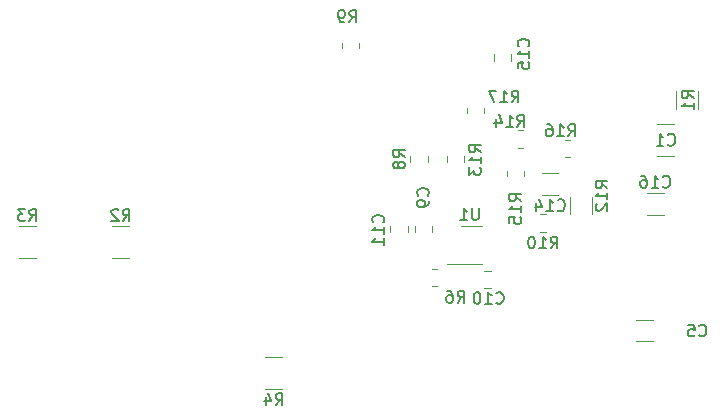
<source format=gbr>
G04 #@! TF.GenerationSoftware,KiCad,Pcbnew,(6.0.5)*
G04 #@! TF.CreationDate,2022-05-09T22:53:36+02:00*
G04 #@! TF.ProjectId,Zasilacz_impulsowy_FAN6602R,5a617369-6c61-4637-9a5f-696d70756c73,rev?*
G04 #@! TF.SameCoordinates,Original*
G04 #@! TF.FileFunction,Legend,Bot*
G04 #@! TF.FilePolarity,Positive*
%FSLAX46Y46*%
G04 Gerber Fmt 4.6, Leading zero omitted, Abs format (unit mm)*
G04 Created by KiCad (PCBNEW (6.0.5)) date 2022-05-09 22:53:36*
%MOMM*%
%LPD*%
G01*
G04 APERTURE LIST*
%ADD10C,0.150000*%
%ADD11C,0.120000*%
G04 APERTURE END LIST*
D10*
G04 #@! TO.C,R2*
X135116666Y-100522380D02*
X135450000Y-100046190D01*
X135688095Y-100522380D02*
X135688095Y-99522380D01*
X135307142Y-99522380D01*
X135211904Y-99570000D01*
X135164285Y-99617619D01*
X135116666Y-99712857D01*
X135116666Y-99855714D01*
X135164285Y-99950952D01*
X135211904Y-99998571D01*
X135307142Y-100046190D01*
X135688095Y-100046190D01*
X134735714Y-99617619D02*
X134688095Y-99570000D01*
X134592857Y-99522380D01*
X134354761Y-99522380D01*
X134259523Y-99570000D01*
X134211904Y-99617619D01*
X134164285Y-99712857D01*
X134164285Y-99808095D01*
X134211904Y-99950952D01*
X134783333Y-100522380D01*
X134164285Y-100522380D01*
G04 #@! TO.C,C1*
X181266666Y-94057142D02*
X181314285Y-94104761D01*
X181457142Y-94152380D01*
X181552380Y-94152380D01*
X181695238Y-94104761D01*
X181790476Y-94009523D01*
X181838095Y-93914285D01*
X181885714Y-93723809D01*
X181885714Y-93580952D01*
X181838095Y-93390476D01*
X181790476Y-93295238D01*
X181695238Y-93200000D01*
X181552380Y-93152380D01*
X181457142Y-93152380D01*
X181314285Y-93200000D01*
X181266666Y-93247619D01*
X180314285Y-94152380D02*
X180885714Y-94152380D01*
X180600000Y-94152380D02*
X180600000Y-93152380D01*
X180695238Y-93295238D01*
X180790476Y-93390476D01*
X180885714Y-93438095D01*
G04 #@! TO.C,R12*
X176152380Y-97757142D02*
X175676190Y-97423809D01*
X176152380Y-97185714D02*
X175152380Y-97185714D01*
X175152380Y-97566666D01*
X175200000Y-97661904D01*
X175247619Y-97709523D01*
X175342857Y-97757142D01*
X175485714Y-97757142D01*
X175580952Y-97709523D01*
X175628571Y-97661904D01*
X175676190Y-97566666D01*
X175676190Y-97185714D01*
X176152380Y-98709523D02*
X176152380Y-98138095D01*
X176152380Y-98423809D02*
X175152380Y-98423809D01*
X175295238Y-98328571D01*
X175390476Y-98233333D01*
X175438095Y-98138095D01*
X175247619Y-99090476D02*
X175200000Y-99138095D01*
X175152380Y-99233333D01*
X175152380Y-99471428D01*
X175200000Y-99566666D01*
X175247619Y-99614285D01*
X175342857Y-99661904D01*
X175438095Y-99661904D01*
X175580952Y-99614285D01*
X176152380Y-99042857D01*
X176152380Y-99661904D01*
G04 #@! TO.C,R16*
X172842857Y-93352380D02*
X173176190Y-92876190D01*
X173414285Y-93352380D02*
X173414285Y-92352380D01*
X173033333Y-92352380D01*
X172938095Y-92400000D01*
X172890476Y-92447619D01*
X172842857Y-92542857D01*
X172842857Y-92685714D01*
X172890476Y-92780952D01*
X172938095Y-92828571D01*
X173033333Y-92876190D01*
X173414285Y-92876190D01*
X171890476Y-93352380D02*
X172461904Y-93352380D01*
X172176190Y-93352380D02*
X172176190Y-92352380D01*
X172271428Y-92495238D01*
X172366666Y-92590476D01*
X172461904Y-92638095D01*
X171033333Y-92352380D02*
X171223809Y-92352380D01*
X171319047Y-92400000D01*
X171366666Y-92447619D01*
X171461904Y-92590476D01*
X171509523Y-92780952D01*
X171509523Y-93161904D01*
X171461904Y-93257142D01*
X171414285Y-93304761D01*
X171319047Y-93352380D01*
X171128571Y-93352380D01*
X171033333Y-93304761D01*
X170985714Y-93257142D01*
X170938095Y-93161904D01*
X170938095Y-92923809D01*
X170985714Y-92828571D01*
X171033333Y-92780952D01*
X171128571Y-92733333D01*
X171319047Y-92733333D01*
X171414285Y-92780952D01*
X171461904Y-92828571D01*
X171509523Y-92923809D01*
G04 #@! TO.C,R8*
X159002380Y-95133333D02*
X158526190Y-94800000D01*
X159002380Y-94561904D02*
X158002380Y-94561904D01*
X158002380Y-94942857D01*
X158050000Y-95038095D01*
X158097619Y-95085714D01*
X158192857Y-95133333D01*
X158335714Y-95133333D01*
X158430952Y-95085714D01*
X158478571Y-95038095D01*
X158526190Y-94942857D01*
X158526190Y-94561904D01*
X158430952Y-95704761D02*
X158383333Y-95609523D01*
X158335714Y-95561904D01*
X158240476Y-95514285D01*
X158192857Y-95514285D01*
X158097619Y-95561904D01*
X158050000Y-95609523D01*
X158002380Y-95704761D01*
X158002380Y-95895238D01*
X158050000Y-95990476D01*
X158097619Y-96038095D01*
X158192857Y-96085714D01*
X158240476Y-96085714D01*
X158335714Y-96038095D01*
X158383333Y-95990476D01*
X158430952Y-95895238D01*
X158430952Y-95704761D01*
X158478571Y-95609523D01*
X158526190Y-95561904D01*
X158621428Y-95514285D01*
X158811904Y-95514285D01*
X158907142Y-95561904D01*
X158954761Y-95609523D01*
X159002380Y-95704761D01*
X159002380Y-95895238D01*
X158954761Y-95990476D01*
X158907142Y-96038095D01*
X158811904Y-96085714D01*
X158621428Y-96085714D01*
X158526190Y-96038095D01*
X158478571Y-95990476D01*
X158430952Y-95895238D01*
G04 #@! TO.C,R6*
X163466666Y-107452380D02*
X163800000Y-106976190D01*
X164038095Y-107452380D02*
X164038095Y-106452380D01*
X163657142Y-106452380D01*
X163561904Y-106500000D01*
X163514285Y-106547619D01*
X163466666Y-106642857D01*
X163466666Y-106785714D01*
X163514285Y-106880952D01*
X163561904Y-106928571D01*
X163657142Y-106976190D01*
X164038095Y-106976190D01*
X162609523Y-106452380D02*
X162800000Y-106452380D01*
X162895238Y-106500000D01*
X162942857Y-106547619D01*
X163038095Y-106690476D01*
X163085714Y-106880952D01*
X163085714Y-107261904D01*
X163038095Y-107357142D01*
X162990476Y-107404761D01*
X162895238Y-107452380D01*
X162704761Y-107452380D01*
X162609523Y-107404761D01*
X162561904Y-107357142D01*
X162514285Y-107261904D01*
X162514285Y-107023809D01*
X162561904Y-106928571D01*
X162609523Y-106880952D01*
X162704761Y-106833333D01*
X162895238Y-106833333D01*
X162990476Y-106880952D01*
X163038095Y-106928571D01*
X163085714Y-107023809D01*
G04 #@! TO.C,C15*
X169457142Y-85757142D02*
X169504761Y-85709523D01*
X169552380Y-85566666D01*
X169552380Y-85471428D01*
X169504761Y-85328571D01*
X169409523Y-85233333D01*
X169314285Y-85185714D01*
X169123809Y-85138095D01*
X168980952Y-85138095D01*
X168790476Y-85185714D01*
X168695238Y-85233333D01*
X168600000Y-85328571D01*
X168552380Y-85471428D01*
X168552380Y-85566666D01*
X168600000Y-85709523D01*
X168647619Y-85757142D01*
X169552380Y-86709523D02*
X169552380Y-86138095D01*
X169552380Y-86423809D02*
X168552380Y-86423809D01*
X168695238Y-86328571D01*
X168790476Y-86233333D01*
X168838095Y-86138095D01*
X168552380Y-87614285D02*
X168552380Y-87138095D01*
X169028571Y-87090476D01*
X168980952Y-87138095D01*
X168933333Y-87233333D01*
X168933333Y-87471428D01*
X168980952Y-87566666D01*
X169028571Y-87614285D01*
X169123809Y-87661904D01*
X169361904Y-87661904D01*
X169457142Y-87614285D01*
X169504761Y-87566666D01*
X169552380Y-87471428D01*
X169552380Y-87233333D01*
X169504761Y-87138095D01*
X169457142Y-87090476D01*
G04 #@! TO.C,R15*
X168852380Y-98857142D02*
X168376190Y-98523809D01*
X168852380Y-98285714D02*
X167852380Y-98285714D01*
X167852380Y-98666666D01*
X167900000Y-98761904D01*
X167947619Y-98809523D01*
X168042857Y-98857142D01*
X168185714Y-98857142D01*
X168280952Y-98809523D01*
X168328571Y-98761904D01*
X168376190Y-98666666D01*
X168376190Y-98285714D01*
X168852380Y-99809523D02*
X168852380Y-99238095D01*
X168852380Y-99523809D02*
X167852380Y-99523809D01*
X167995238Y-99428571D01*
X168090476Y-99333333D01*
X168138095Y-99238095D01*
X167852380Y-100714285D02*
X167852380Y-100238095D01*
X168328571Y-100190476D01*
X168280952Y-100238095D01*
X168233333Y-100333333D01*
X168233333Y-100571428D01*
X168280952Y-100666666D01*
X168328571Y-100714285D01*
X168423809Y-100761904D01*
X168661904Y-100761904D01*
X168757142Y-100714285D01*
X168804761Y-100666666D01*
X168852380Y-100571428D01*
X168852380Y-100333333D01*
X168804761Y-100238095D01*
X168757142Y-100190476D01*
G04 #@! TO.C,R14*
X168542857Y-92552380D02*
X168876190Y-92076190D01*
X169114285Y-92552380D02*
X169114285Y-91552380D01*
X168733333Y-91552380D01*
X168638095Y-91600000D01*
X168590476Y-91647619D01*
X168542857Y-91742857D01*
X168542857Y-91885714D01*
X168590476Y-91980952D01*
X168638095Y-92028571D01*
X168733333Y-92076190D01*
X169114285Y-92076190D01*
X167590476Y-92552380D02*
X168161904Y-92552380D01*
X167876190Y-92552380D02*
X167876190Y-91552380D01*
X167971428Y-91695238D01*
X168066666Y-91790476D01*
X168161904Y-91838095D01*
X166733333Y-91885714D02*
X166733333Y-92552380D01*
X166971428Y-91504761D02*
X167209523Y-92219047D01*
X166590476Y-92219047D01*
G04 #@! TO.C,R1*
X183452380Y-90133333D02*
X182976190Y-89800000D01*
X183452380Y-89561904D02*
X182452380Y-89561904D01*
X182452380Y-89942857D01*
X182500000Y-90038095D01*
X182547619Y-90085714D01*
X182642857Y-90133333D01*
X182785714Y-90133333D01*
X182880952Y-90085714D01*
X182928571Y-90038095D01*
X182976190Y-89942857D01*
X182976190Y-89561904D01*
X183452380Y-91085714D02*
X183452380Y-90514285D01*
X183452380Y-90800000D02*
X182452380Y-90800000D01*
X182595238Y-90704761D01*
X182690476Y-90609523D01*
X182738095Y-90514285D01*
G04 #@! TO.C,C10*
X166742857Y-107457142D02*
X166790476Y-107504761D01*
X166933333Y-107552380D01*
X167028571Y-107552380D01*
X167171428Y-107504761D01*
X167266666Y-107409523D01*
X167314285Y-107314285D01*
X167361904Y-107123809D01*
X167361904Y-106980952D01*
X167314285Y-106790476D01*
X167266666Y-106695238D01*
X167171428Y-106600000D01*
X167028571Y-106552380D01*
X166933333Y-106552380D01*
X166790476Y-106600000D01*
X166742857Y-106647619D01*
X165790476Y-107552380D02*
X166361904Y-107552380D01*
X166076190Y-107552380D02*
X166076190Y-106552380D01*
X166171428Y-106695238D01*
X166266666Y-106790476D01*
X166361904Y-106838095D01*
X165171428Y-106552380D02*
X165076190Y-106552380D01*
X164980952Y-106600000D01*
X164933333Y-106647619D01*
X164885714Y-106742857D01*
X164838095Y-106933333D01*
X164838095Y-107171428D01*
X164885714Y-107361904D01*
X164933333Y-107457142D01*
X164980952Y-107504761D01*
X165076190Y-107552380D01*
X165171428Y-107552380D01*
X165266666Y-107504761D01*
X165314285Y-107457142D01*
X165361904Y-107361904D01*
X165409523Y-107171428D01*
X165409523Y-106933333D01*
X165361904Y-106742857D01*
X165314285Y-106647619D01*
X165266666Y-106600000D01*
X165171428Y-106552380D01*
G04 #@! TO.C,R13*
X165452380Y-94707142D02*
X164976190Y-94373809D01*
X165452380Y-94135714D02*
X164452380Y-94135714D01*
X164452380Y-94516666D01*
X164500000Y-94611904D01*
X164547619Y-94659523D01*
X164642857Y-94707142D01*
X164785714Y-94707142D01*
X164880952Y-94659523D01*
X164928571Y-94611904D01*
X164976190Y-94516666D01*
X164976190Y-94135714D01*
X165452380Y-95659523D02*
X165452380Y-95088095D01*
X165452380Y-95373809D02*
X164452380Y-95373809D01*
X164595238Y-95278571D01*
X164690476Y-95183333D01*
X164738095Y-95088095D01*
X164452380Y-95992857D02*
X164452380Y-96611904D01*
X164833333Y-96278571D01*
X164833333Y-96421428D01*
X164880952Y-96516666D01*
X164928571Y-96564285D01*
X165023809Y-96611904D01*
X165261904Y-96611904D01*
X165357142Y-96564285D01*
X165404761Y-96516666D01*
X165452380Y-96421428D01*
X165452380Y-96135714D01*
X165404761Y-96040476D01*
X165357142Y-95992857D01*
G04 #@! TO.C,C11*
X157157142Y-100657142D02*
X157204761Y-100609523D01*
X157252380Y-100466666D01*
X157252380Y-100371428D01*
X157204761Y-100228571D01*
X157109523Y-100133333D01*
X157014285Y-100085714D01*
X156823809Y-100038095D01*
X156680952Y-100038095D01*
X156490476Y-100085714D01*
X156395238Y-100133333D01*
X156300000Y-100228571D01*
X156252380Y-100371428D01*
X156252380Y-100466666D01*
X156300000Y-100609523D01*
X156347619Y-100657142D01*
X157252380Y-101609523D02*
X157252380Y-101038095D01*
X157252380Y-101323809D02*
X156252380Y-101323809D01*
X156395238Y-101228571D01*
X156490476Y-101133333D01*
X156538095Y-101038095D01*
X157252380Y-102561904D02*
X157252380Y-101990476D01*
X157252380Y-102276190D02*
X156252380Y-102276190D01*
X156395238Y-102180952D01*
X156490476Y-102085714D01*
X156538095Y-101990476D01*
G04 #@! TO.C,R3*
X127216666Y-100522380D02*
X127550000Y-100046190D01*
X127788095Y-100522380D02*
X127788095Y-99522380D01*
X127407142Y-99522380D01*
X127311904Y-99570000D01*
X127264285Y-99617619D01*
X127216666Y-99712857D01*
X127216666Y-99855714D01*
X127264285Y-99950952D01*
X127311904Y-99998571D01*
X127407142Y-100046190D01*
X127788095Y-100046190D01*
X126883333Y-99522380D02*
X126264285Y-99522380D01*
X126597619Y-99903333D01*
X126454761Y-99903333D01*
X126359523Y-99950952D01*
X126311904Y-99998571D01*
X126264285Y-100093809D01*
X126264285Y-100331904D01*
X126311904Y-100427142D01*
X126359523Y-100474761D01*
X126454761Y-100522380D01*
X126740476Y-100522380D01*
X126835714Y-100474761D01*
X126883333Y-100427142D01*
G04 #@! TO.C,C14*
X171942857Y-99607142D02*
X171990476Y-99654761D01*
X172133333Y-99702380D01*
X172228571Y-99702380D01*
X172371428Y-99654761D01*
X172466666Y-99559523D01*
X172514285Y-99464285D01*
X172561904Y-99273809D01*
X172561904Y-99130952D01*
X172514285Y-98940476D01*
X172466666Y-98845238D01*
X172371428Y-98750000D01*
X172228571Y-98702380D01*
X172133333Y-98702380D01*
X171990476Y-98750000D01*
X171942857Y-98797619D01*
X170990476Y-99702380D02*
X171561904Y-99702380D01*
X171276190Y-99702380D02*
X171276190Y-98702380D01*
X171371428Y-98845238D01*
X171466666Y-98940476D01*
X171561904Y-98988095D01*
X170133333Y-99035714D02*
X170133333Y-99702380D01*
X170371428Y-98654761D02*
X170609523Y-99369047D01*
X169990476Y-99369047D01*
G04 #@! TO.C,C16*
X180842857Y-97607142D02*
X180890476Y-97654761D01*
X181033333Y-97702380D01*
X181128571Y-97702380D01*
X181271428Y-97654761D01*
X181366666Y-97559523D01*
X181414285Y-97464285D01*
X181461904Y-97273809D01*
X181461904Y-97130952D01*
X181414285Y-96940476D01*
X181366666Y-96845238D01*
X181271428Y-96750000D01*
X181128571Y-96702380D01*
X181033333Y-96702380D01*
X180890476Y-96750000D01*
X180842857Y-96797619D01*
X179890476Y-97702380D02*
X180461904Y-97702380D01*
X180176190Y-97702380D02*
X180176190Y-96702380D01*
X180271428Y-96845238D01*
X180366666Y-96940476D01*
X180461904Y-96988095D01*
X179033333Y-96702380D02*
X179223809Y-96702380D01*
X179319047Y-96750000D01*
X179366666Y-96797619D01*
X179461904Y-96940476D01*
X179509523Y-97130952D01*
X179509523Y-97511904D01*
X179461904Y-97607142D01*
X179414285Y-97654761D01*
X179319047Y-97702380D01*
X179128571Y-97702380D01*
X179033333Y-97654761D01*
X178985714Y-97607142D01*
X178938095Y-97511904D01*
X178938095Y-97273809D01*
X178985714Y-97178571D01*
X179033333Y-97130952D01*
X179128571Y-97083333D01*
X179319047Y-97083333D01*
X179414285Y-97130952D01*
X179461904Y-97178571D01*
X179509523Y-97273809D01*
G04 #@! TO.C,U1*
X165261904Y-99452380D02*
X165261904Y-100261904D01*
X165214285Y-100357142D01*
X165166666Y-100404761D01*
X165071428Y-100452380D01*
X164880952Y-100452380D01*
X164785714Y-100404761D01*
X164738095Y-100357142D01*
X164690476Y-100261904D01*
X164690476Y-99452380D01*
X163690476Y-100452380D02*
X164261904Y-100452380D01*
X163976190Y-100452380D02*
X163976190Y-99452380D01*
X164071428Y-99595238D01*
X164166666Y-99690476D01*
X164261904Y-99738095D01*
G04 #@! TO.C,R4*
X148066666Y-116132380D02*
X148400000Y-115656190D01*
X148638095Y-116132380D02*
X148638095Y-115132380D01*
X148257142Y-115132380D01*
X148161904Y-115180000D01*
X148114285Y-115227619D01*
X148066666Y-115322857D01*
X148066666Y-115465714D01*
X148114285Y-115560952D01*
X148161904Y-115608571D01*
X148257142Y-115656190D01*
X148638095Y-115656190D01*
X147209523Y-115465714D02*
X147209523Y-116132380D01*
X147447619Y-115084761D02*
X147685714Y-115799047D01*
X147066666Y-115799047D01*
G04 #@! TO.C,C9*
X160957142Y-98383333D02*
X161004761Y-98335714D01*
X161052380Y-98192857D01*
X161052380Y-98097619D01*
X161004761Y-97954761D01*
X160909523Y-97859523D01*
X160814285Y-97811904D01*
X160623809Y-97764285D01*
X160480952Y-97764285D01*
X160290476Y-97811904D01*
X160195238Y-97859523D01*
X160100000Y-97954761D01*
X160052380Y-98097619D01*
X160052380Y-98192857D01*
X160100000Y-98335714D01*
X160147619Y-98383333D01*
X161052380Y-98859523D02*
X161052380Y-99050000D01*
X161004761Y-99145238D01*
X160957142Y-99192857D01*
X160814285Y-99288095D01*
X160623809Y-99335714D01*
X160242857Y-99335714D01*
X160147619Y-99288095D01*
X160100000Y-99240476D01*
X160052380Y-99145238D01*
X160052380Y-98954761D01*
X160100000Y-98859523D01*
X160147619Y-98811904D01*
X160242857Y-98764285D01*
X160480952Y-98764285D01*
X160576190Y-98811904D01*
X160623809Y-98859523D01*
X160671428Y-98954761D01*
X160671428Y-99145238D01*
X160623809Y-99240476D01*
X160576190Y-99288095D01*
X160480952Y-99335714D01*
G04 #@! TO.C,C5*
X183916666Y-110207142D02*
X183964285Y-110254761D01*
X184107142Y-110302380D01*
X184202380Y-110302380D01*
X184345238Y-110254761D01*
X184440476Y-110159523D01*
X184488095Y-110064285D01*
X184535714Y-109873809D01*
X184535714Y-109730952D01*
X184488095Y-109540476D01*
X184440476Y-109445238D01*
X184345238Y-109350000D01*
X184202380Y-109302380D01*
X184107142Y-109302380D01*
X183964285Y-109350000D01*
X183916666Y-109397619D01*
X183011904Y-109302380D02*
X183488095Y-109302380D01*
X183535714Y-109778571D01*
X183488095Y-109730952D01*
X183392857Y-109683333D01*
X183154761Y-109683333D01*
X183059523Y-109730952D01*
X183011904Y-109778571D01*
X182964285Y-109873809D01*
X182964285Y-110111904D01*
X183011904Y-110207142D01*
X183059523Y-110254761D01*
X183154761Y-110302380D01*
X183392857Y-110302380D01*
X183488095Y-110254761D01*
X183535714Y-110207142D01*
G04 #@! TO.C,R10*
X171342857Y-102852380D02*
X171676190Y-102376190D01*
X171914285Y-102852380D02*
X171914285Y-101852380D01*
X171533333Y-101852380D01*
X171438095Y-101900000D01*
X171390476Y-101947619D01*
X171342857Y-102042857D01*
X171342857Y-102185714D01*
X171390476Y-102280952D01*
X171438095Y-102328571D01*
X171533333Y-102376190D01*
X171914285Y-102376190D01*
X170390476Y-102852380D02*
X170961904Y-102852380D01*
X170676190Y-102852380D02*
X170676190Y-101852380D01*
X170771428Y-101995238D01*
X170866666Y-102090476D01*
X170961904Y-102138095D01*
X169771428Y-101852380D02*
X169676190Y-101852380D01*
X169580952Y-101900000D01*
X169533333Y-101947619D01*
X169485714Y-102042857D01*
X169438095Y-102233333D01*
X169438095Y-102471428D01*
X169485714Y-102661904D01*
X169533333Y-102757142D01*
X169580952Y-102804761D01*
X169676190Y-102852380D01*
X169771428Y-102852380D01*
X169866666Y-102804761D01*
X169914285Y-102757142D01*
X169961904Y-102661904D01*
X170009523Y-102471428D01*
X170009523Y-102233333D01*
X169961904Y-102042857D01*
X169914285Y-101947619D01*
X169866666Y-101900000D01*
X169771428Y-101852380D01*
G04 #@! TO.C,R17*
X168042857Y-90502380D02*
X168376190Y-90026190D01*
X168614285Y-90502380D02*
X168614285Y-89502380D01*
X168233333Y-89502380D01*
X168138095Y-89550000D01*
X168090476Y-89597619D01*
X168042857Y-89692857D01*
X168042857Y-89835714D01*
X168090476Y-89930952D01*
X168138095Y-89978571D01*
X168233333Y-90026190D01*
X168614285Y-90026190D01*
X167090476Y-90502380D02*
X167661904Y-90502380D01*
X167376190Y-90502380D02*
X167376190Y-89502380D01*
X167471428Y-89645238D01*
X167566666Y-89740476D01*
X167661904Y-89788095D01*
X166757142Y-89502380D02*
X166090476Y-89502380D01*
X166519047Y-90502380D01*
G04 #@! TO.C,R9*
X154316666Y-83702380D02*
X154650000Y-83226190D01*
X154888095Y-83702380D02*
X154888095Y-82702380D01*
X154507142Y-82702380D01*
X154411904Y-82750000D01*
X154364285Y-82797619D01*
X154316666Y-82892857D01*
X154316666Y-83035714D01*
X154364285Y-83130952D01*
X154411904Y-83178571D01*
X154507142Y-83226190D01*
X154888095Y-83226190D01*
X153840476Y-83702380D02*
X153650000Y-83702380D01*
X153554761Y-83654761D01*
X153507142Y-83607142D01*
X153411904Y-83464285D01*
X153364285Y-83273809D01*
X153364285Y-82892857D01*
X153411904Y-82797619D01*
X153459523Y-82750000D01*
X153554761Y-82702380D01*
X153745238Y-82702380D01*
X153840476Y-82750000D01*
X153888095Y-82797619D01*
X153935714Y-82892857D01*
X153935714Y-83130952D01*
X153888095Y-83226190D01*
X153840476Y-83273809D01*
X153745238Y-83321428D01*
X153554761Y-83321428D01*
X153459523Y-83273809D01*
X153411904Y-83226190D01*
X153364285Y-83130952D01*
D11*
G04 #@! TO.C,R2*
X135673737Y-103705000D02*
X134226263Y-103705000D01*
X135673737Y-100995000D02*
X134226263Y-100995000D01*
G04 #@! TO.C,C1*
X181811252Y-92340000D02*
X180388748Y-92340000D01*
X181811252Y-95060000D02*
X180388748Y-95060000D01*
G04 #@! TO.C,R12*
X174810000Y-98522936D02*
X174810000Y-99977064D01*
X172990000Y-98522936D02*
X172990000Y-99977064D01*
G04 #@! TO.C,R16*
X172572936Y-95135000D02*
X173027064Y-95135000D01*
X172572936Y-93665000D02*
X173027064Y-93665000D01*
G04 #@! TO.C,R8*
X159465000Y-95527064D02*
X159465000Y-95072936D01*
X160935000Y-95527064D02*
X160935000Y-95072936D01*
G04 #@! TO.C,R6*
X161727064Y-104565000D02*
X161272936Y-104565000D01*
X161727064Y-106035000D02*
X161272936Y-106035000D01*
G04 #@! TO.C,C15*
X168035000Y-86961252D02*
X168035000Y-86438748D01*
X166565000Y-86961252D02*
X166565000Y-86438748D01*
G04 #@! TO.C,R15*
X167665000Y-96727064D02*
X167665000Y-96272936D01*
X169135000Y-96727064D02*
X169135000Y-96272936D01*
G04 #@! TO.C,R14*
X169027064Y-94335000D02*
X168572936Y-94335000D01*
X169027064Y-92865000D02*
X168572936Y-92865000D01*
G04 #@! TO.C,R1*
X181990000Y-89572936D02*
X181990000Y-91027064D01*
X183810000Y-89572936D02*
X183810000Y-91027064D01*
G04 #@! TO.C,C10*
X166261252Y-104765000D02*
X165738748Y-104765000D01*
X166261252Y-106235000D02*
X165738748Y-106235000D01*
G04 #@! TO.C,R13*
X164035000Y-95527064D02*
X164035000Y-95072936D01*
X162565000Y-95527064D02*
X162565000Y-95072936D01*
G04 #@! TO.C,C11*
X157765000Y-100938748D02*
X157765000Y-101461252D01*
X159235000Y-100938748D02*
X159235000Y-101461252D01*
G04 #@! TO.C,R3*
X127773737Y-100995000D02*
X126326263Y-100995000D01*
X127773737Y-103705000D02*
X126326263Y-103705000D01*
G04 #@! TO.C,C14*
X170588748Y-96490000D02*
X172011252Y-96490000D01*
X170588748Y-98310000D02*
X172011252Y-98310000D01*
G04 #@! TO.C,C16*
X180911252Y-98190000D02*
X179488748Y-98190000D01*
X180911252Y-100010000D02*
X179488748Y-100010000D01*
G04 #@! TO.C,U1*
X165550000Y-104210000D02*
X162600000Y-104210000D01*
X163750000Y-100990000D02*
X165550000Y-100990000D01*
G04 #@! TO.C,R4*
X147176263Y-112045000D02*
X148623737Y-112045000D01*
X147176263Y-114755000D02*
X148623737Y-114755000D01*
G04 #@! TO.C,C9*
X159865000Y-100938748D02*
X159865000Y-101461252D01*
X161335000Y-100938748D02*
X161335000Y-101461252D01*
G04 #@! TO.C,C5*
X178588748Y-110710000D02*
X180011252Y-110710000D01*
X178588748Y-108890000D02*
X180011252Y-108890000D01*
G04 #@! TO.C,R10*
X170927064Y-99965000D02*
X170472936Y-99965000D01*
X170927064Y-101435000D02*
X170472936Y-101435000D01*
G04 #@! TO.C,R17*
X164265000Y-91427064D02*
X164265000Y-90972936D01*
X165735000Y-91427064D02*
X165735000Y-90972936D01*
G04 #@! TO.C,R9*
X155135000Y-85472936D02*
X155135000Y-85927064D01*
X153665000Y-85472936D02*
X153665000Y-85927064D01*
G04 #@! TD*
M02*

</source>
